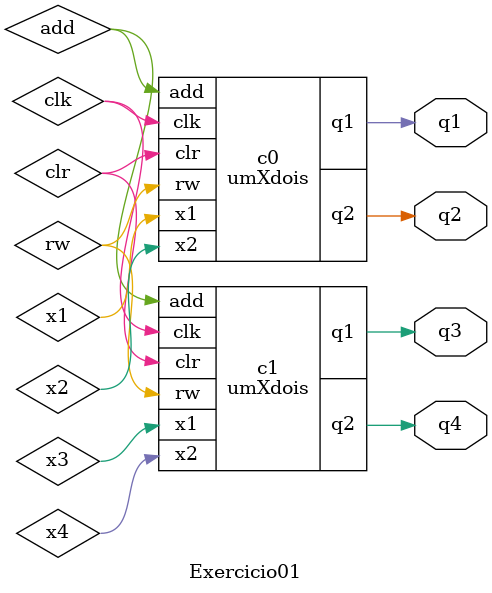
<source format=v>


module jkff ( output q, output qnot, input j, input k, input clk ); 
	reg q, qnot; 
	always @( posedge clk ) 
	begin 
		if ( j & ~k ) 
		begin 
			q <= 1; qnot <= 0; 
		end 
	
		else 
		if ( ~j & k ) 
			begin 
				q <= 0; qnot <= 1; 
			end 
		else 
		if ( j & k ) 
			begin 
				q <= ~q; qnot <= ~qnot; 
			end 
	end 
endmodule // jkff 

module umXum (output q, input add, input rw, input x, input clr, input clk);
	
	wire qnot, xnot;	
	not NOT01(xnot, x);
	 
	jkff c01 (q, qnot, x, xnot, clk);
	
endmodule

module umXdois(output q1, output q2, input add, input rw, input x1, input x2, input clr, input clk);
	umXum c02 (q1, add, rw, x1, clr, clk);
	umXum c01 (q2, add, rw, x2, clr, clk);
endmodule

module Exercicio01(output q1, output q2, output q3, output q4);
	reg x1, x2, x3, x4;
	reg clr;
	reg clk;
	reg rw;
	reg add;
	
	umXdois c0 (q1, q2, add, rw, x1, x2, clr, clk);
	umXdois c1 (q3, q4, add, rw, x3, x4, clr, clk);
		
	initial begin 
		$display ( "Guia 10 - Camila Guedes Silveira - 427393" );
		$display ( "Exercicio01" ); 

	end 
endmodule



</source>
